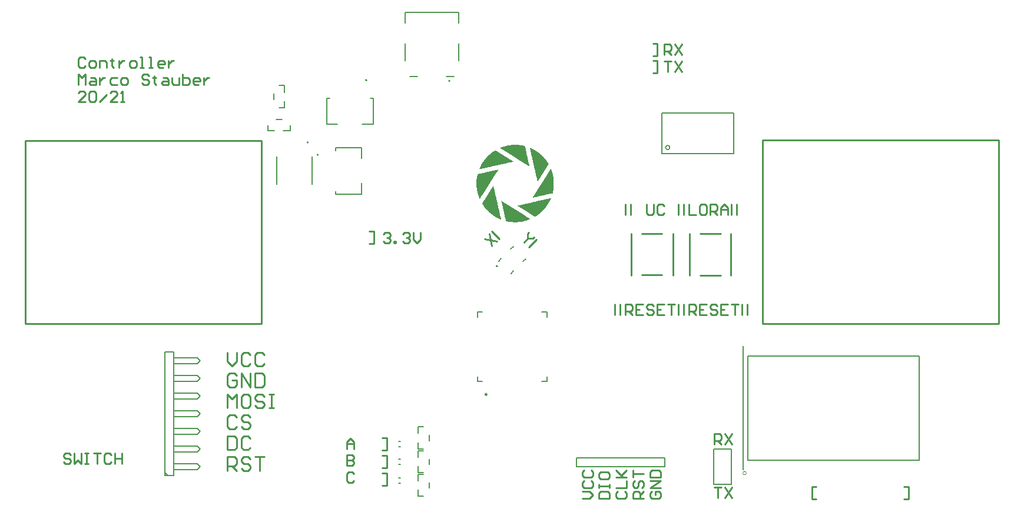
<source format=gbr>
%TF.GenerationSoftware,Altium Limited,Altium NEXUS,2.1.9 (83)*%
G04 Layer_Color=65535*
%FSLAX44Y44*%
%MOMM*%
%TF.FileFunction,Legend,Top*%
%TF.Part,Single*%
G01*
G75*
%TA.AperFunction,NonConductor*%
%ADD53C,0.2500*%
%ADD54C,0.2000*%
%ADD55C,0.0000*%
%ADD56C,0.1524*%
%ADD57C,0.1600*%
%ADD58C,0.1270*%
%ADD59C,0.2540*%
G36*
X760692Y515051D02*
X762949D01*
Y514729D01*
X764883D01*
Y514407D01*
X766173D01*
Y514084D01*
X767785D01*
Y513762D01*
X768430D01*
Y513439D01*
Y513117D01*
X768752D01*
Y512794D01*
Y512472D01*
Y512150D01*
Y511827D01*
Y511505D01*
X769075D01*
Y511182D01*
Y510860D01*
Y510537D01*
Y510215D01*
X769397D01*
Y509893D01*
Y509570D01*
Y509248D01*
Y508925D01*
Y508603D01*
X769720D01*
Y508280D01*
Y507958D01*
Y507636D01*
Y507313D01*
X770042D01*
Y506991D01*
Y506668D01*
Y506346D01*
Y506023D01*
X770364D01*
Y505701D01*
Y505378D01*
Y505056D01*
Y504734D01*
Y504411D01*
X770687D01*
Y504089D01*
Y503766D01*
Y503444D01*
Y503121D01*
X771009D01*
Y502799D01*
Y502477D01*
Y502154D01*
Y501832D01*
Y501509D01*
X771332D01*
Y501187D01*
Y500864D01*
Y500542D01*
Y500220D01*
X771654D01*
Y499897D01*
Y499575D01*
Y499252D01*
Y498930D01*
X771977D01*
Y498607D01*
Y498285D01*
Y497963D01*
Y497640D01*
X772299D01*
Y497318D01*
Y496995D01*
Y496673D01*
Y496351D01*
Y496028D01*
X772622D01*
Y495706D01*
Y495383D01*
Y495061D01*
Y494738D01*
X772944D01*
Y494416D01*
Y494094D01*
Y493771D01*
Y493449D01*
X773266D01*
Y493126D01*
Y492804D01*
Y492481D01*
Y492159D01*
Y491837D01*
X773589D01*
Y491514D01*
Y491192D01*
Y490869D01*
Y490547D01*
X773911D01*
Y490224D01*
Y489902D01*
Y489580D01*
Y489257D01*
Y488935D01*
X774234D01*
Y488612D01*
Y488290D01*
Y487967D01*
Y487645D01*
X774556D01*
Y487323D01*
Y487000D01*
Y486678D01*
Y486355D01*
X774878D01*
Y486033D01*
Y485710D01*
Y485388D01*
Y485065D01*
X775201D01*
Y484743D01*
Y484421D01*
X774556D01*
Y484743D01*
X774234D01*
Y485065D01*
X773589D01*
Y485388D01*
X772944D01*
Y485710D01*
X772622D01*
Y486033D01*
X771977D01*
Y486355D01*
X771654D01*
Y486678D01*
X771009D01*
Y487000D01*
X770687D01*
Y487323D01*
X770042D01*
Y487645D01*
X769397D01*
Y487967D01*
X769075D01*
Y488290D01*
X768430D01*
Y488612D01*
X768108D01*
Y488935D01*
X767463D01*
Y489257D01*
X766818D01*
Y489580D01*
X766495D01*
Y489902D01*
X765850D01*
Y490224D01*
X765528D01*
Y490547D01*
X764883D01*
Y490869D01*
X764561D01*
Y491192D01*
X763916D01*
Y491514D01*
X763271D01*
Y491837D01*
X762949D01*
Y492159D01*
X762304D01*
Y492481D01*
X761981D01*
Y492804D01*
X761336D01*
Y493126D01*
X760692D01*
Y493449D01*
X760369D01*
Y493771D01*
X759724D01*
Y494094D01*
X759079D01*
Y494416D01*
X758757D01*
Y494738D01*
X758112D01*
Y495061D01*
X757790D01*
Y495383D01*
X757145D01*
Y495706D01*
X756822D01*
Y496028D01*
X756178D01*
Y496351D01*
X755533D01*
Y496673D01*
X755210D01*
Y496995D01*
X754565D01*
Y497318D01*
X754243D01*
Y497640D01*
X753598D01*
Y497963D01*
X752953D01*
Y498285D01*
X752631D01*
Y498607D01*
X751986D01*
Y498930D01*
X751664D01*
Y499252D01*
X751019D01*
Y499575D01*
X750696D01*
Y499897D01*
X750051D01*
Y500220D01*
X749407D01*
Y500542D01*
X749084D01*
Y500864D01*
X748439D01*
Y501187D01*
X748117D01*
Y501509D01*
X747472D01*
Y501832D01*
X746827D01*
Y502154D01*
X746505D01*
Y502477D01*
X745860D01*
Y502799D01*
X745537D01*
Y503121D01*
X744893D01*
Y503444D01*
X744248D01*
Y503766D01*
X743925D01*
Y504089D01*
X743280D01*
Y504411D01*
X742635D01*
Y504734D01*
X742313D01*
Y505056D01*
X741668D01*
Y505378D01*
X741346D01*
Y505701D01*
X740701D01*
Y506023D01*
X740378D01*
Y506346D01*
X739734D01*
Y506668D01*
X739089D01*
Y506991D01*
X738766D01*
Y507313D01*
X738121D01*
Y507636D01*
X737799D01*
Y507958D01*
X737154D01*
Y508280D01*
X736832D01*
Y508603D01*
X736187D01*
Y508925D01*
X735542D01*
Y509248D01*
X735220D01*
Y509570D01*
X734575D01*
Y509893D01*
X734252D01*
Y510215D01*
X733607D01*
Y510537D01*
X732963D01*
Y510860D01*
X732640D01*
Y511182D01*
X733285D01*
Y511505D01*
X734252D01*
Y511827D01*
X734897D01*
Y512150D01*
X735864D01*
Y512472D01*
X736832D01*
Y512794D01*
X737799D01*
Y513117D01*
X738766D01*
Y513439D01*
X740056D01*
Y513762D01*
X741346D01*
Y514084D01*
X742635D01*
Y514407D01*
X744248D01*
Y514729D01*
X746182D01*
Y515051D01*
X748439D01*
Y515374D01*
X760692D01*
Y515051D01*
D02*
G37*
G36*
X726191Y507313D02*
X726836D01*
Y506991D01*
X727159D01*
Y506668D01*
X727804D01*
Y506346D01*
X728449D01*
Y506023D01*
X728771D01*
Y505701D01*
X729416D01*
Y505378D01*
X730061D01*
Y505056D01*
X730383D01*
Y504734D01*
X731028D01*
Y504411D01*
X731350D01*
Y504089D01*
X731995D01*
Y503766D01*
X732640D01*
Y503444D01*
X732963D01*
Y503121D01*
X733607D01*
Y502799D01*
X733930D01*
Y502477D01*
X734575D01*
Y502154D01*
X734897D01*
Y501832D01*
X735542D01*
Y501509D01*
X736187D01*
Y501187D01*
X736509D01*
Y500864D01*
X737154D01*
Y500542D01*
X737477D01*
Y500220D01*
X738121D01*
Y499897D01*
X738766D01*
Y499575D01*
X739089D01*
Y499252D01*
X739734D01*
Y498930D01*
X740378D01*
Y498607D01*
X740701D01*
Y498285D01*
X741346D01*
Y497963D01*
X741668D01*
Y497640D01*
X742313D01*
Y497318D01*
X742958D01*
Y496995D01*
X743280D01*
Y496673D01*
X743925D01*
Y496351D01*
X744248D01*
Y496028D01*
X744893D01*
Y495706D01*
X745537D01*
Y495383D01*
X745860D01*
Y495061D01*
X746505D01*
Y494738D01*
X746827D01*
Y494416D01*
X747472D01*
Y494094D01*
X747794D01*
Y493771D01*
X748439D01*
Y493449D01*
X749084D01*
Y493126D01*
X749407D01*
Y492804D01*
X750051D01*
Y492481D01*
X750374D01*
Y492159D01*
X751019D01*
Y491837D01*
X751664D01*
Y491514D01*
X751986D01*
Y491192D01*
X750374D01*
Y490869D01*
X749084D01*
Y490547D01*
X747472D01*
Y490224D01*
X746182D01*
Y489902D01*
X744570D01*
Y489580D01*
X743603D01*
Y489257D01*
X741991D01*
Y488935D01*
X740378D01*
Y488612D01*
X739089D01*
Y488290D01*
X737477D01*
Y487967D01*
X736187D01*
Y487645D01*
X734575D01*
Y487323D01*
X733285D01*
Y487000D01*
X731673D01*
Y486678D01*
X730383D01*
Y486355D01*
X729093D01*
Y486033D01*
X727481D01*
Y485710D01*
X726191D01*
Y485388D01*
X724579D01*
Y485065D01*
X723290D01*
Y484743D01*
X721677D01*
Y484421D01*
X720388D01*
Y484098D01*
X718776D01*
Y483776D01*
X717486D01*
Y483453D01*
X715874D01*
Y483131D01*
X714584D01*
Y482808D01*
X713294D01*
Y482486D01*
X711682D01*
Y482164D01*
X710393D01*
Y481841D01*
X708780D01*
Y481519D01*
X707491D01*
Y481196D01*
X705878D01*
Y480874D01*
X704589D01*
Y480551D01*
X703299D01*
Y480229D01*
X702654D01*
Y480551D01*
X702977D01*
Y480874D01*
Y481196D01*
X703299D01*
Y481519D01*
Y481841D01*
Y482164D01*
X703622D01*
Y482486D01*
Y482808D01*
X703944D01*
Y483131D01*
Y483453D01*
X704266D01*
Y483776D01*
Y484098D01*
X704589D01*
Y484421D01*
Y484743D01*
X704911D01*
Y485065D01*
Y485388D01*
X705234D01*
Y485710D01*
Y486033D01*
X705556D01*
Y486355D01*
Y486678D01*
X705878D01*
Y487000D01*
Y487323D01*
X706201D01*
Y487645D01*
Y487967D01*
X706523D01*
Y488290D01*
X706846D01*
Y488612D01*
Y488935D01*
X707168D01*
Y489257D01*
X707491D01*
Y489580D01*
Y489902D01*
X707813D01*
Y490224D01*
Y490547D01*
X708135D01*
Y490869D01*
X708458D01*
Y491192D01*
Y491514D01*
X708780D01*
Y491837D01*
X709103D01*
Y492159D01*
X709425D01*
Y492481D01*
Y492804D01*
X709748D01*
Y493126D01*
X710070D01*
Y493449D01*
X710393D01*
Y493771D01*
Y494094D01*
X710715D01*
Y494416D01*
X711037D01*
Y494738D01*
X711360D01*
Y495061D01*
Y495383D01*
X711682D01*
Y495706D01*
X712005D01*
Y496028D01*
X712327D01*
Y496351D01*
X712650D01*
Y496673D01*
X712972D01*
Y496995D01*
X713294D01*
Y497318D01*
X713617D01*
Y497640D01*
Y497963D01*
X713939D01*
Y498285D01*
X714262D01*
Y498607D01*
X714584D01*
Y498930D01*
X714906D01*
Y499252D01*
X715229D01*
Y499575D01*
X715551D01*
Y499897D01*
X715874D01*
Y500220D01*
X716196D01*
Y500542D01*
X716519D01*
Y500864D01*
X717163D01*
Y501187D01*
X717486D01*
Y501509D01*
X717808D01*
Y501832D01*
X718131D01*
Y502154D01*
X718453D01*
Y502477D01*
X718776D01*
Y502799D01*
X719098D01*
Y503121D01*
X719743D01*
Y503444D01*
X720065D01*
Y503766D01*
X720388D01*
Y504089D01*
X721033D01*
Y504411D01*
X721355D01*
Y504734D01*
X721677D01*
Y505056D01*
X722322D01*
Y505378D01*
X722645D01*
Y505701D01*
X722967D01*
Y506023D01*
X723612D01*
Y506346D01*
X724257D01*
Y506668D01*
X724579D01*
Y506991D01*
X725224D01*
Y507313D01*
X725547D01*
Y507636D01*
X726191D01*
Y507313D01*
D02*
G37*
G36*
X775846Y511182D02*
X776491D01*
Y510860D01*
X777135D01*
Y510537D01*
X777780D01*
Y510215D01*
X778425D01*
Y509893D01*
X779070D01*
Y509570D01*
X779715D01*
Y509248D01*
X780360D01*
Y508925D01*
X781005D01*
Y508603D01*
X781649D01*
Y508280D01*
X782294D01*
Y507958D01*
X782617D01*
Y507636D01*
X783262D01*
Y507313D01*
X783906D01*
Y506991D01*
X784229D01*
Y506668D01*
X784874D01*
Y506346D01*
X785196D01*
Y506023D01*
X785841D01*
Y505701D01*
X786163D01*
Y505378D01*
X786808D01*
Y505056D01*
X787131D01*
Y504734D01*
X787776D01*
Y504411D01*
X788098D01*
Y504089D01*
X788420D01*
Y503766D01*
X789065D01*
Y503444D01*
X789388D01*
Y503121D01*
X789710D01*
Y502799D01*
X790033D01*
Y502477D01*
X790678D01*
Y502154D01*
X791000D01*
Y501832D01*
X791322D01*
Y501509D01*
X791645D01*
Y501187D01*
X791967D01*
Y500864D01*
X792290D01*
Y500542D01*
X792612D01*
Y500220D01*
X792935D01*
Y499897D01*
X793257D01*
Y499575D01*
X793579D01*
Y499252D01*
X793902D01*
Y498930D01*
X794224D01*
Y498607D01*
X794547D01*
Y498285D01*
X794869D01*
Y497963D01*
X795192D01*
Y497640D01*
X795514D01*
Y497318D01*
X795836D01*
Y496995D01*
X796159D01*
Y496673D01*
X796481D01*
Y496351D01*
X796804D01*
Y496028D01*
X797126D01*
Y495706D01*
Y495383D01*
X797449D01*
Y495061D01*
X797771D01*
Y494738D01*
X798093D01*
Y494416D01*
X798416D01*
Y494094D01*
Y493771D01*
X798738D01*
Y493449D01*
X799061D01*
Y493126D01*
X799383D01*
Y492804D01*
Y492481D01*
X799706D01*
Y492159D01*
X800028D01*
Y491837D01*
Y491514D01*
X800350D01*
Y491192D01*
X800673D01*
Y490869D01*
X800995D01*
Y490547D01*
Y490224D01*
X801318D01*
Y489902D01*
Y489580D01*
X801640D01*
Y489257D01*
X801963D01*
Y488935D01*
Y488612D01*
X802285D01*
Y488290D01*
X802607D01*
Y487967D01*
Y487645D01*
X802285D01*
Y487323D01*
X801963D01*
Y487000D01*
Y486678D01*
X801640D01*
Y486355D01*
X801318D01*
Y486033D01*
Y485710D01*
X800995D01*
Y485388D01*
Y485065D01*
X800673D01*
Y484743D01*
X800350D01*
Y484421D01*
Y484098D01*
X800028D01*
Y483776D01*
X799706D01*
Y483453D01*
Y483131D01*
X799383D01*
Y482808D01*
Y482486D01*
X799061D01*
Y482164D01*
X798738D01*
Y481841D01*
Y481519D01*
X798416D01*
Y481196D01*
X798093D01*
Y480874D01*
Y480551D01*
X797771D01*
Y480229D01*
Y479907D01*
X797449D01*
Y479584D01*
X797126D01*
Y479262D01*
Y478939D01*
X796804D01*
Y478617D01*
X796481D01*
Y478294D01*
Y477972D01*
X796159D01*
Y477650D01*
Y477327D01*
X795836D01*
Y477005D01*
X795514D01*
Y476682D01*
Y476360D01*
X795192D01*
Y476037D01*
X794869D01*
Y475715D01*
Y475392D01*
X794547D01*
Y475070D01*
X794224D01*
Y474748D01*
Y474425D01*
X793902D01*
Y474103D01*
Y473780D01*
X793579D01*
Y473458D01*
X793257D01*
Y473136D01*
Y472813D01*
X792935D01*
Y472491D01*
X792612D01*
Y472168D01*
Y471846D01*
X792290D01*
Y471523D01*
Y471201D01*
X791967D01*
Y470878D01*
X791645D01*
Y470556D01*
Y470234D01*
X791322D01*
Y469911D01*
Y469589D01*
X791000D01*
Y469266D01*
X790678D01*
Y468944D01*
Y468621D01*
X790355D01*
Y468299D01*
X790033D01*
Y467977D01*
Y467654D01*
X789710D01*
Y467332D01*
Y467009D01*
X789388D01*
Y466687D01*
X789065D01*
Y466365D01*
Y466042D01*
X788743D01*
Y465720D01*
X788420D01*
Y465397D01*
Y465075D01*
X788098D01*
Y464752D01*
X787776D01*
Y464430D01*
Y464108D01*
X787453D01*
Y463785D01*
Y463463D01*
X787131D01*
Y463140D01*
X786808D01*
Y462818D01*
Y462495D01*
X786486D01*
Y462818D01*
Y463140D01*
Y463463D01*
Y463785D01*
X786163D01*
Y464108D01*
Y464430D01*
Y464752D01*
Y465075D01*
X785841D01*
Y465397D01*
Y465720D01*
Y466042D01*
Y466365D01*
Y466687D01*
X785519D01*
Y467009D01*
Y467332D01*
Y467654D01*
Y467977D01*
X785196D01*
Y468299D01*
Y468621D01*
Y468944D01*
Y469266D01*
Y469589D01*
X784874D01*
Y469911D01*
Y470234D01*
Y470556D01*
Y470878D01*
X784551D01*
Y471201D01*
Y471523D01*
Y471846D01*
Y472168D01*
X784229D01*
Y472491D01*
Y472813D01*
Y473136D01*
Y473458D01*
X783906D01*
Y473780D01*
Y474103D01*
Y474425D01*
Y474748D01*
Y475070D01*
X783584D01*
Y475392D01*
Y475715D01*
Y476037D01*
Y476360D01*
Y476682D01*
X783262D01*
Y477005D01*
Y477327D01*
Y477650D01*
Y477972D01*
X782939D01*
Y478294D01*
Y478617D01*
Y478939D01*
Y479262D01*
X782617D01*
Y479584D01*
Y479907D01*
Y480229D01*
Y480551D01*
X782294D01*
Y480874D01*
Y481196D01*
Y481519D01*
Y481841D01*
Y482164D01*
X781972D01*
Y482486D01*
Y482808D01*
Y483131D01*
Y483453D01*
X781649D01*
Y483776D01*
Y484098D01*
Y484421D01*
Y484743D01*
Y485065D01*
X781327D01*
Y485388D01*
Y485710D01*
Y486033D01*
Y486355D01*
X781005D01*
Y486678D01*
Y487000D01*
Y487323D01*
Y487645D01*
X780682D01*
Y487967D01*
Y488290D01*
Y488612D01*
Y488935D01*
Y489257D01*
X780360D01*
Y489580D01*
Y489902D01*
Y490224D01*
Y490547D01*
X780037D01*
Y490869D01*
Y491192D01*
Y491514D01*
Y491837D01*
Y492159D01*
X779715D01*
Y492481D01*
Y492804D01*
Y493126D01*
Y493449D01*
X779392D01*
Y493771D01*
Y494094D01*
Y494416D01*
Y494738D01*
X779070D01*
Y495061D01*
Y495383D01*
Y495706D01*
Y496028D01*
X778748D01*
Y496351D01*
Y496673D01*
Y496995D01*
Y497318D01*
Y497640D01*
X778425D01*
Y497963D01*
Y498285D01*
Y498607D01*
Y498930D01*
X778103D01*
Y499252D01*
Y499575D01*
Y499897D01*
Y500220D01*
Y500542D01*
X777780D01*
Y500864D01*
Y501187D01*
Y501509D01*
Y501832D01*
X777458D01*
Y502154D01*
Y502477D01*
Y502799D01*
Y503121D01*
X777135D01*
Y503444D01*
Y503766D01*
Y504089D01*
Y504411D01*
Y504734D01*
X776813D01*
Y505056D01*
Y505378D01*
Y505701D01*
Y506023D01*
X776491D01*
Y506346D01*
Y506668D01*
Y506991D01*
Y507313D01*
Y507636D01*
X776168D01*
Y507958D01*
Y508280D01*
Y508603D01*
Y508925D01*
X775846D01*
Y509248D01*
Y509570D01*
Y509893D01*
Y510215D01*
X775523D01*
Y510537D01*
Y510860D01*
Y511182D01*
Y511505D01*
X775846D01*
Y511182D01*
D02*
G37*
G36*
X806154Y480874D02*
Y480551D01*
Y480229D01*
X806477D01*
Y479907D01*
Y479584D01*
Y479262D01*
X806799D01*
Y478939D01*
Y478617D01*
X807122D01*
Y478294D01*
Y477972D01*
Y477650D01*
X807444D01*
Y477327D01*
Y477005D01*
Y476682D01*
Y476360D01*
X807766D01*
Y476037D01*
Y475715D01*
Y475392D01*
X808089D01*
Y475070D01*
Y474748D01*
Y474425D01*
Y474103D01*
X808411D01*
Y473780D01*
Y473458D01*
Y473136D01*
X808734D01*
Y472813D01*
Y472491D01*
Y472168D01*
Y471846D01*
Y471523D01*
X809056D01*
Y471201D01*
Y470878D01*
Y470556D01*
Y470234D01*
X809379D01*
Y469911D01*
Y469589D01*
Y469266D01*
Y468944D01*
Y468621D01*
Y468299D01*
Y467977D01*
X809701D01*
Y467654D01*
Y467332D01*
Y467009D01*
Y466687D01*
Y466365D01*
Y466042D01*
Y465720D01*
X810023D01*
Y465397D01*
Y465075D01*
Y464752D01*
Y464430D01*
Y464108D01*
Y463785D01*
Y463463D01*
Y463140D01*
Y462818D01*
Y462495D01*
Y462173D01*
Y461851D01*
Y461528D01*
Y461206D01*
Y460883D01*
Y460561D01*
Y460238D01*
Y459916D01*
Y459594D01*
Y459271D01*
Y458949D01*
Y458626D01*
Y458304D01*
Y457981D01*
Y457659D01*
Y457337D01*
Y457014D01*
Y456692D01*
Y456369D01*
Y456047D01*
Y455724D01*
Y455402D01*
Y455079D01*
Y454757D01*
Y454435D01*
Y454112D01*
Y453790D01*
X809701D01*
Y453467D01*
Y453145D01*
Y452822D01*
Y452500D01*
Y452178D01*
Y451855D01*
Y451533D01*
X809379D01*
Y451210D01*
Y450888D01*
Y450565D01*
Y450243D01*
Y449921D01*
Y449598D01*
X809056D01*
Y449276D01*
Y448953D01*
Y448631D01*
Y448308D01*
Y447986D01*
X808734D01*
Y447664D01*
Y447341D01*
Y447019D01*
Y446696D01*
X808411D01*
Y446374D01*
Y446051D01*
Y445729D01*
X806799D01*
Y445407D01*
X805187D01*
Y445084D01*
X803897D01*
Y444762D01*
X802285D01*
Y444439D01*
X800995D01*
Y444117D01*
X799706D01*
Y443794D01*
X798416D01*
Y443472D01*
X796804D01*
Y443150D01*
X795514D01*
Y442827D01*
X794224D01*
Y442505D01*
X792612D01*
Y442182D01*
X791322D01*
Y441860D01*
X789710D01*
Y441537D01*
X788420D01*
Y441215D01*
X787131D01*
Y440892D01*
X785841D01*
Y440570D01*
X784229D01*
Y440248D01*
X782939D01*
Y439925D01*
X781327D01*
Y439603D01*
X780037D01*
Y439280D01*
X779392D01*
Y439603D01*
X779715D01*
Y439925D01*
X780037D01*
Y440248D01*
Y440570D01*
X780360D01*
Y440892D01*
X780682D01*
Y441215D01*
Y441537D01*
X781005D01*
Y441860D01*
X781327D01*
Y442182D01*
Y442505D01*
X781649D01*
Y442827D01*
Y443150D01*
X781972D01*
Y443472D01*
X782294D01*
Y443794D01*
Y444117D01*
X782617D01*
Y444439D01*
X782939D01*
Y444762D01*
Y445084D01*
X783262D01*
Y445407D01*
X783584D01*
Y445729D01*
Y446051D01*
X783906D01*
Y446374D01*
Y446696D01*
X784229D01*
Y447019D01*
X784551D01*
Y447341D01*
Y447664D01*
X784874D01*
Y447986D01*
X785196D01*
Y448308D01*
Y448631D01*
X785519D01*
Y448953D01*
Y449276D01*
X785841D01*
Y449598D01*
X786163D01*
Y449921D01*
Y450243D01*
X786486D01*
Y450565D01*
X786808D01*
Y450888D01*
Y451210D01*
X787131D01*
Y451533D01*
Y451855D01*
X787453D01*
Y452178D01*
X787776D01*
Y452500D01*
Y452822D01*
X788098D01*
Y453145D01*
X788420D01*
Y453467D01*
Y453790D01*
X788743D01*
Y454112D01*
Y454435D01*
X789065D01*
Y454757D01*
X789388D01*
Y455079D01*
Y455402D01*
X789710D01*
Y455724D01*
X790033D01*
Y456047D01*
Y456369D01*
X790355D01*
Y456692D01*
Y457014D01*
X790678D01*
Y457337D01*
X791000D01*
Y457659D01*
Y457981D01*
X791322D01*
Y458304D01*
X791645D01*
Y458626D01*
Y458949D01*
X791967D01*
Y459271D01*
Y459594D01*
X792290D01*
Y459916D01*
X792612D01*
Y460238D01*
Y460561D01*
X792935D01*
Y460883D01*
X793257D01*
Y461206D01*
Y461528D01*
X793579D01*
Y461851D01*
X793902D01*
Y462173D01*
Y462495D01*
X794224D01*
Y462818D01*
Y463140D01*
X794547D01*
Y463463D01*
X794869D01*
Y463785D01*
Y464108D01*
X795192D01*
Y464430D01*
X795514D01*
Y464752D01*
Y465075D01*
X795836D01*
Y465397D01*
Y465720D01*
X796159D01*
Y466042D01*
X796481D01*
Y466365D01*
Y466687D01*
X796804D01*
Y467009D01*
X797126D01*
Y467332D01*
Y467654D01*
X797449D01*
Y467977D01*
Y468299D01*
X797771D01*
Y468621D01*
X798093D01*
Y468944D01*
Y469266D01*
X798416D01*
Y469589D01*
X798738D01*
Y469911D01*
Y470234D01*
X799061D01*
Y470556D01*
Y470878D01*
X799383D01*
Y471201D01*
X799706D01*
Y471523D01*
Y471846D01*
X800028D01*
Y472168D01*
X800350D01*
Y472491D01*
Y472813D01*
X800673D01*
Y473136D01*
Y473458D01*
X800995D01*
Y473780D01*
X801318D01*
Y474103D01*
Y474425D01*
X801640D01*
Y474748D01*
X801963D01*
Y475070D01*
Y475392D01*
X802285D01*
Y475715D01*
X802607D01*
Y476037D01*
Y476360D01*
X802930D01*
Y476682D01*
Y477005D01*
X803252D01*
Y477327D01*
X803575D01*
Y477650D01*
Y477972D01*
X803897D01*
Y478294D01*
X804220D01*
Y478617D01*
Y478939D01*
X804542D01*
Y479262D01*
Y479584D01*
X804865D01*
Y479907D01*
X805187D01*
Y480229D01*
Y480551D01*
X805509D01*
Y480874D01*
Y481196D01*
X806154D01*
Y480874D01*
D02*
G37*
G36*
X730383Y479907D02*
Y479584D01*
X730061D01*
Y479262D01*
X729738D01*
Y478939D01*
Y478617D01*
X729416D01*
Y478294D01*
X729093D01*
Y477972D01*
Y477650D01*
X728771D01*
Y477327D01*
Y477005D01*
X728449D01*
Y476682D01*
X728126D01*
Y476360D01*
Y476037D01*
X727804D01*
Y475715D01*
X727481D01*
Y475392D01*
Y475070D01*
X727159D01*
Y474748D01*
X726836D01*
Y474425D01*
Y474103D01*
X726514D01*
Y473780D01*
Y473458D01*
X726191D01*
Y473136D01*
X725869D01*
Y472813D01*
Y472491D01*
X725547D01*
Y472168D01*
X725224D01*
Y471846D01*
Y471523D01*
X724902D01*
Y471201D01*
Y470878D01*
X724579D01*
Y470556D01*
X724257D01*
Y470234D01*
Y469911D01*
X723934D01*
Y469589D01*
X723612D01*
Y469266D01*
Y468944D01*
X723290D01*
Y468621D01*
Y468299D01*
X722967D01*
Y467977D01*
X722645D01*
Y467654D01*
Y467332D01*
X722322D01*
Y467009D01*
X722000D01*
Y466687D01*
Y466365D01*
X721677D01*
Y466042D01*
Y465720D01*
X721355D01*
Y465397D01*
X721033D01*
Y465075D01*
Y464752D01*
X720710D01*
Y464430D01*
X720388D01*
Y464108D01*
Y463785D01*
X720065D01*
Y463463D01*
X719743D01*
Y463140D01*
Y462818D01*
X719420D01*
Y462495D01*
Y462173D01*
X719098D01*
Y461851D01*
X718776D01*
Y461528D01*
Y461206D01*
X718453D01*
Y460883D01*
X718131D01*
Y460561D01*
Y460238D01*
X717808D01*
Y459916D01*
X717486D01*
Y459594D01*
Y459271D01*
X717163D01*
Y458949D01*
Y458626D01*
X716841D01*
Y458304D01*
X716519D01*
Y457981D01*
Y457659D01*
X716196D01*
Y457337D01*
X715874D01*
Y457014D01*
Y456692D01*
X715551D01*
Y456369D01*
X715229D01*
Y456047D01*
Y455724D01*
X714906D01*
Y455402D01*
Y455079D01*
X714584D01*
Y454757D01*
X714262D01*
Y454435D01*
Y454112D01*
X713939D01*
Y453790D01*
X713617D01*
Y453467D01*
Y453145D01*
X713294D01*
Y452822D01*
X712972D01*
Y452500D01*
Y452178D01*
X712650D01*
Y451855D01*
Y451533D01*
X712327D01*
Y451210D01*
X712005D01*
Y450888D01*
Y450565D01*
X711682D01*
Y450243D01*
Y449921D01*
X711360D01*
Y449598D01*
X711037D01*
Y449276D01*
Y448953D01*
X710715D01*
Y448631D01*
X710393D01*
Y448308D01*
Y447986D01*
X710070D01*
Y447664D01*
X709748D01*
Y447341D01*
Y447019D01*
X709425D01*
Y446696D01*
Y446374D01*
X709103D01*
Y446051D01*
X708780D01*
Y445729D01*
Y445407D01*
X708458D01*
Y445084D01*
X708135D01*
Y444762D01*
Y444439D01*
X707813D01*
Y444117D01*
Y443794D01*
X707491D01*
Y443472D01*
X707168D01*
Y443150D01*
Y442827D01*
X706846D01*
Y442505D01*
X706523D01*
Y442182D01*
Y441860D01*
X706201D01*
Y441537D01*
X705878D01*
Y441215D01*
Y440892D01*
X705556D01*
Y440570D01*
Y440248D01*
X705234D01*
Y439925D01*
X704911D01*
Y439603D01*
Y439280D01*
X704589D01*
Y438958D01*
X704266D01*
Y438635D01*
Y438313D01*
X703944D01*
Y437991D01*
X703622D01*
Y437668D01*
X703299D01*
Y437991D01*
Y438313D01*
X702977D01*
Y438635D01*
Y438958D01*
Y439280D01*
X702654D01*
Y439603D01*
Y439925D01*
X702332D01*
Y440248D01*
Y440570D01*
Y440892D01*
X702009D01*
Y441215D01*
Y441537D01*
Y441860D01*
X701687D01*
Y442182D01*
Y442505D01*
Y442827D01*
X701364D01*
Y443150D01*
Y443472D01*
Y443794D01*
X701042D01*
Y444117D01*
Y444439D01*
Y444762D01*
Y445084D01*
X700720D01*
Y445407D01*
Y445729D01*
Y446051D01*
X700397D01*
Y446374D01*
Y446696D01*
Y447019D01*
Y447341D01*
Y447664D01*
X700075D01*
Y447986D01*
Y448308D01*
Y448631D01*
Y448953D01*
X699752D01*
Y449276D01*
Y449598D01*
Y449921D01*
Y450243D01*
Y450565D01*
Y450888D01*
X699430D01*
Y451210D01*
Y451533D01*
Y451855D01*
Y452178D01*
Y452500D01*
Y452822D01*
Y453145D01*
Y453467D01*
X699107D01*
Y453790D01*
Y454112D01*
Y454435D01*
Y454757D01*
Y455079D01*
Y455402D01*
Y455724D01*
Y456047D01*
Y456369D01*
Y456692D01*
X698785D01*
Y457014D01*
Y457337D01*
Y457659D01*
Y457981D01*
Y458304D01*
Y458626D01*
Y458949D01*
Y459271D01*
Y459594D01*
Y459916D01*
Y460238D01*
Y460561D01*
Y460883D01*
Y461206D01*
Y461528D01*
Y461851D01*
Y462173D01*
Y462495D01*
Y462818D01*
Y463140D01*
X699107D01*
Y463463D01*
Y463785D01*
Y464108D01*
Y464430D01*
Y464752D01*
Y465075D01*
Y465397D01*
Y465720D01*
Y466042D01*
Y466365D01*
X699430D01*
Y466687D01*
Y467009D01*
Y467332D01*
Y467654D01*
Y467977D01*
Y468299D01*
Y468621D01*
Y468944D01*
X699752D01*
Y469266D01*
Y469589D01*
Y469911D01*
Y470234D01*
Y470556D01*
Y470878D01*
X700075D01*
Y471201D01*
Y471523D01*
Y471846D01*
Y472168D01*
X700397D01*
Y472491D01*
Y472813D01*
Y473136D01*
Y473458D01*
X702009D01*
Y473780D01*
X703299D01*
Y474103D01*
X704911D01*
Y474425D01*
X706201D01*
Y474748D01*
X707813D01*
Y475070D01*
X709103D01*
Y475392D01*
X710393D01*
Y475715D01*
X712005D01*
Y476037D01*
X713294D01*
Y476360D01*
X714906D01*
Y476682D01*
X715874D01*
Y477005D01*
X717486D01*
Y477327D01*
X718776D01*
Y477650D01*
X720388D01*
Y477972D01*
X721677D01*
Y478294D01*
X722967D01*
Y478617D01*
X724579D01*
Y478939D01*
X725869D01*
Y479262D01*
X727481D01*
Y479584D01*
X728771D01*
Y479907D01*
X730061D01*
Y480229D01*
X730383D01*
Y479907D01*
D02*
G37*
G36*
X806154Y438635D02*
X805832D01*
Y438313D01*
Y437991D01*
X805509D01*
Y437668D01*
Y437346D01*
X805187D01*
Y437023D01*
Y436701D01*
Y436379D01*
X804865D01*
Y436056D01*
Y435734D01*
X804542D01*
Y435411D01*
Y435089D01*
X804220D01*
Y434766D01*
Y434444D01*
X803897D01*
Y434122D01*
Y433799D01*
X803575D01*
Y433477D01*
Y433154D01*
X803252D01*
Y432832D01*
X802930D01*
Y432509D01*
Y432187D01*
X802607D01*
Y431865D01*
Y431542D01*
X802285D01*
Y431220D01*
Y430897D01*
X801963D01*
Y430575D01*
X801640D01*
Y430252D01*
Y429930D01*
X801318D01*
Y429608D01*
X800995D01*
Y429285D01*
Y428963D01*
X800673D01*
Y428640D01*
X800350D01*
Y428318D01*
Y427995D01*
X800028D01*
Y427673D01*
X799706D01*
Y427351D01*
Y427028D01*
X799383D01*
Y426706D01*
X799061D01*
Y426383D01*
X798738D01*
Y426061D01*
Y425738D01*
X798416D01*
Y425416D01*
X798093D01*
Y425093D01*
X797771D01*
Y424771D01*
X797449D01*
Y424449D01*
Y424126D01*
X797126D01*
Y423804D01*
X796804D01*
Y423481D01*
X796481D01*
Y423159D01*
X796159D01*
Y422836D01*
X795836D01*
Y422514D01*
X795514D01*
Y422192D01*
Y421869D01*
X794869D01*
Y421547D01*
Y421224D01*
X794547D01*
Y420902D01*
X794224D01*
Y420579D01*
X793902D01*
Y420257D01*
X793579D01*
Y419935D01*
X793257D01*
Y419612D01*
X792935D01*
Y419290D01*
X792612D01*
Y418967D01*
X791967D01*
Y418645D01*
X791645D01*
Y418322D01*
X791322D01*
Y418000D01*
X791000D01*
Y417678D01*
X790678D01*
Y417355D01*
X790355D01*
Y417033D01*
X790033D01*
Y416710D01*
X789388D01*
Y416388D01*
X789065D01*
Y416065D01*
X788743D01*
Y415743D01*
X788098D01*
Y415421D01*
X787776D01*
Y415098D01*
X787453D01*
Y414776D01*
X786808D01*
Y414453D01*
X786486D01*
Y414131D01*
X786163D01*
Y413808D01*
X785519D01*
Y413486D01*
X785196D01*
Y413163D01*
X784551D01*
Y412841D01*
X783906D01*
Y412519D01*
X783584D01*
Y412196D01*
X782617D01*
Y412519D01*
X781972D01*
Y412841D01*
X781649D01*
Y413163D01*
X781005D01*
Y413486D01*
X780360D01*
Y413808D01*
X780037D01*
Y414131D01*
X779392D01*
Y414453D01*
X779070D01*
Y414776D01*
X778425D01*
Y415098D01*
X777780D01*
Y415421D01*
X777458D01*
Y415743D01*
X776813D01*
Y416065D01*
X776491D01*
Y416388D01*
X775846D01*
Y416710D01*
X775201D01*
Y417033D01*
X774878D01*
Y417355D01*
X774234D01*
Y417678D01*
X773911D01*
Y418000D01*
X773266D01*
Y418322D01*
X772944D01*
Y418645D01*
X772299D01*
Y418967D01*
X771654D01*
Y419290D01*
X771332D01*
Y419612D01*
X770687D01*
Y419935D01*
X770042D01*
Y420257D01*
X769720D01*
Y420579D01*
X769075D01*
Y420902D01*
X768752D01*
Y421224D01*
X768108D01*
Y421547D01*
X767463D01*
Y421869D01*
X767140D01*
Y422192D01*
X766495D01*
Y422514D01*
X766173D01*
Y422836D01*
X765528D01*
Y423159D01*
X764883D01*
Y423481D01*
X764561D01*
Y423804D01*
X763916D01*
Y424126D01*
X763593D01*
Y424449D01*
X762949D01*
Y424771D01*
X762304D01*
Y425093D01*
X761981D01*
Y425416D01*
X761336D01*
Y425738D01*
X761014D01*
Y426061D01*
X760369D01*
Y426383D01*
X760047D01*
Y426706D01*
X759402D01*
Y427028D01*
X758757D01*
Y427351D01*
X758435D01*
Y427673D01*
X757790D01*
Y427995D01*
X758757D01*
Y428318D01*
X760369D01*
Y428640D01*
X761981D01*
Y428963D01*
X763271D01*
Y429285D01*
X764561D01*
Y429608D01*
X765850D01*
Y429930D01*
X767463D01*
Y430252D01*
X768752D01*
Y430575D01*
X770364D01*
Y430897D01*
X771654D01*
Y431220D01*
X772944D01*
Y431542D01*
X774556D01*
Y431865D01*
X775846D01*
Y432187D01*
X777458D01*
Y432509D01*
X778748D01*
Y432832D01*
X780037D01*
Y433154D01*
X781327D01*
Y433477D01*
X782939D01*
Y433799D01*
X784229D01*
Y434122D01*
X785841D01*
Y434444D01*
X787131D01*
Y434766D01*
X788420D01*
Y435089D01*
X790033D01*
Y435411D01*
X791322D01*
Y435734D01*
X792935D01*
Y436056D01*
X794224D01*
Y436379D01*
X795514D01*
Y436701D01*
X796804D01*
Y437023D01*
X798416D01*
Y437346D01*
X800028D01*
Y437668D01*
X801318D01*
Y437991D01*
X802607D01*
Y438313D01*
X803897D01*
Y438635D01*
X805509D01*
Y438958D01*
X806154D01*
Y438635D01*
D02*
G37*
G36*
X723290Y456369D02*
Y456047D01*
Y455724D01*
Y455402D01*
X723612D01*
Y455079D01*
Y454757D01*
Y454435D01*
Y454112D01*
X723934D01*
Y453790D01*
Y453467D01*
Y453145D01*
Y452822D01*
Y452500D01*
X724257D01*
Y452178D01*
Y451855D01*
Y451533D01*
Y451210D01*
X724579D01*
Y450888D01*
Y450565D01*
Y450243D01*
Y449921D01*
Y449598D01*
X724902D01*
Y449276D01*
Y448953D01*
Y448631D01*
Y448308D01*
X725224D01*
Y447986D01*
Y447664D01*
Y447341D01*
Y447019D01*
X725547D01*
Y446696D01*
Y446374D01*
Y446051D01*
Y445729D01*
X725869D01*
Y445407D01*
Y445084D01*
Y444762D01*
Y444439D01*
Y444117D01*
X726191D01*
Y443794D01*
Y443472D01*
Y443150D01*
Y442827D01*
Y442505D01*
X726514D01*
Y442182D01*
Y441860D01*
Y441537D01*
Y441215D01*
X726836D01*
Y440892D01*
Y440570D01*
Y440248D01*
Y439925D01*
X727159D01*
Y439603D01*
Y439280D01*
Y438958D01*
Y438635D01*
X727481D01*
Y438313D01*
Y437991D01*
Y437668D01*
Y437346D01*
Y437023D01*
X727804D01*
Y436701D01*
Y436379D01*
Y436056D01*
Y435734D01*
X728126D01*
Y435411D01*
Y435089D01*
Y434766D01*
Y434444D01*
Y434122D01*
X728449D01*
Y433799D01*
Y433477D01*
Y433154D01*
Y432832D01*
X728771D01*
Y432509D01*
Y432187D01*
Y431865D01*
Y431542D01*
X729093D01*
Y431220D01*
Y430897D01*
Y430575D01*
Y430252D01*
Y429930D01*
X729416D01*
Y429608D01*
Y429285D01*
Y428963D01*
Y428640D01*
X729738D01*
Y428318D01*
Y427995D01*
Y427673D01*
Y427351D01*
Y427028D01*
X730061D01*
Y426706D01*
Y426383D01*
Y426061D01*
Y425738D01*
X730383D01*
Y425416D01*
Y425093D01*
Y424771D01*
Y424449D01*
X730705D01*
Y424126D01*
Y423804D01*
Y423481D01*
Y423159D01*
X731028D01*
Y422836D01*
Y422514D01*
Y422192D01*
Y421869D01*
Y421547D01*
X731350D01*
Y421224D01*
Y420902D01*
Y420579D01*
Y420257D01*
X731673D01*
Y419935D01*
Y419612D01*
Y419290D01*
Y418967D01*
Y418645D01*
X731995D01*
Y418322D01*
Y418000D01*
Y417678D01*
Y417355D01*
X732318D01*
Y417033D01*
Y416710D01*
Y416388D01*
Y416065D01*
X732640D01*
Y415743D01*
Y415421D01*
Y415098D01*
Y414776D01*
Y414453D01*
X732963D01*
Y414131D01*
Y413808D01*
Y413486D01*
Y413163D01*
X733285D01*
Y412841D01*
Y412519D01*
Y412196D01*
Y411874D01*
Y411551D01*
X733607D01*
Y411229D01*
Y410906D01*
Y410584D01*
Y410262D01*
X733930D01*
Y409939D01*
Y409617D01*
Y409294D01*
Y408972D01*
X734252D01*
Y408650D01*
Y408327D01*
Y408005D01*
X733930D01*
Y408327D01*
X732963D01*
Y408650D01*
X732318D01*
Y408972D01*
X731673D01*
Y409294D01*
X731028D01*
Y409617D01*
X730383D01*
Y409939D01*
X729416D01*
Y410262D01*
X729093D01*
Y410584D01*
X728449D01*
Y410906D01*
X727804D01*
Y411229D01*
X727159D01*
Y411551D01*
X726514D01*
Y411874D01*
X726191D01*
Y412196D01*
X725547D01*
Y412519D01*
X724902D01*
Y412841D01*
X724579D01*
Y413163D01*
X723934D01*
Y413486D01*
X723612D01*
Y413808D01*
X722967D01*
Y414131D01*
X722645D01*
Y414453D01*
X722000D01*
Y414776D01*
X721677D01*
Y415098D01*
X721355D01*
Y415421D01*
X720710D01*
Y415743D01*
X720388D01*
Y416065D01*
X720065D01*
Y416388D01*
X719420D01*
Y416710D01*
X719098D01*
Y417033D01*
X718776D01*
Y417355D01*
X718453D01*
Y417678D01*
X718131D01*
Y418000D01*
X717486D01*
Y418322D01*
X717163D01*
Y418645D01*
X716841D01*
Y418967D01*
X716519D01*
Y419290D01*
X716196D01*
Y419612D01*
X715874D01*
Y419935D01*
X715551D01*
Y420257D01*
X715229D01*
Y420579D01*
X714906D01*
Y420902D01*
X714584D01*
Y421224D01*
X714262D01*
Y421547D01*
X713939D01*
Y421869D01*
X713617D01*
Y422192D01*
X713294D01*
Y422514D01*
X712972D01*
Y422836D01*
X712650D01*
Y423159D01*
Y423481D01*
X712327D01*
Y423804D01*
X712005D01*
Y424126D01*
X711682D01*
Y424449D01*
X711360D01*
Y424771D01*
X711037D01*
Y425093D01*
Y425416D01*
X710715D01*
Y425738D01*
X710393D01*
Y426061D01*
X710070D01*
Y426383D01*
X709748D01*
Y426706D01*
Y427028D01*
X709425D01*
Y427351D01*
X709103D01*
Y427673D01*
Y427995D01*
X708780D01*
Y428318D01*
X708458D01*
Y428640D01*
Y428963D01*
X708135D01*
Y429285D01*
X707813D01*
Y429608D01*
Y429930D01*
X707491D01*
Y430252D01*
X707168D01*
Y430575D01*
Y430897D01*
Y431220D01*
Y431542D01*
X707491D01*
Y431865D01*
Y432187D01*
X707813D01*
Y432509D01*
X708135D01*
Y432832D01*
Y433154D01*
X708458D01*
Y433477D01*
X708780D01*
Y433799D01*
Y434122D01*
X709103D01*
Y434444D01*
Y434766D01*
X709425D01*
Y435089D01*
X709748D01*
Y435411D01*
Y435734D01*
X710070D01*
Y436056D01*
X710393D01*
Y436379D01*
Y436701D01*
X710715D01*
Y437023D01*
X711037D01*
Y437346D01*
Y437668D01*
X711360D01*
Y437991D01*
Y438313D01*
X711682D01*
Y438635D01*
X712005D01*
Y438958D01*
Y439280D01*
X712327D01*
Y439603D01*
X712650D01*
Y439925D01*
Y440248D01*
X712972D01*
Y440570D01*
Y440892D01*
X713294D01*
Y441215D01*
X713617D01*
Y441537D01*
Y441860D01*
X713939D01*
Y442182D01*
X714262D01*
Y442505D01*
Y442827D01*
X714584D01*
Y443150D01*
Y443472D01*
X714906D01*
Y443794D01*
X715229D01*
Y444117D01*
Y444439D01*
X715551D01*
Y444762D01*
Y445084D01*
X715874D01*
Y445407D01*
X716196D01*
Y445729D01*
Y446051D01*
X716519D01*
Y446374D01*
X716841D01*
Y446696D01*
Y447019D01*
X717163D01*
Y447341D01*
X717486D01*
Y447664D01*
Y447986D01*
X717808D01*
Y448308D01*
Y448631D01*
X718131D01*
Y448953D01*
X718453D01*
Y449276D01*
Y449598D01*
X718776D01*
Y449921D01*
X719098D01*
Y450243D01*
Y450565D01*
X719420D01*
Y450888D01*
Y451210D01*
X719743D01*
Y451533D01*
X720065D01*
Y451855D01*
Y452178D01*
X720388D01*
Y452500D01*
X720710D01*
Y452822D01*
Y453145D01*
X721033D01*
Y453467D01*
Y453790D01*
X721355D01*
Y454112D01*
X721677D01*
Y454435D01*
Y454757D01*
X722000D01*
Y455079D01*
X722322D01*
Y455402D01*
Y455724D01*
X722645D01*
Y456047D01*
Y456369D01*
X722967D01*
Y456692D01*
X723290D01*
Y456369D01*
D02*
G37*
G36*
X734897Y434766D02*
X735220D01*
Y434444D01*
X735864D01*
Y434122D01*
X736187D01*
Y433799D01*
X736832D01*
Y433477D01*
X737154D01*
Y433154D01*
X737799D01*
Y432832D01*
X738444D01*
Y432509D01*
X738766D01*
Y432187D01*
X739411D01*
Y431865D01*
X739734D01*
Y431542D01*
X740378D01*
Y431220D01*
X741023D01*
Y430897D01*
X741346D01*
Y430575D01*
X741991D01*
Y430252D01*
X742313D01*
Y429930D01*
X742958D01*
Y429608D01*
X743280D01*
Y429285D01*
X743925D01*
Y428963D01*
X744570D01*
Y428640D01*
X744893D01*
Y428318D01*
X745537D01*
Y427995D01*
X745860D01*
Y427673D01*
X746505D01*
Y427351D01*
X747150D01*
Y427028D01*
X747472D01*
Y426706D01*
X748117D01*
Y426383D01*
X748439D01*
Y426061D01*
X749084D01*
Y425738D01*
X749729D01*
Y425416D01*
X750051D01*
Y425093D01*
X750696D01*
Y424771D01*
X751019D01*
Y424449D01*
X751664D01*
Y424126D01*
X752308D01*
Y423804D01*
X752631D01*
Y423481D01*
X753276D01*
Y423159D01*
X753598D01*
Y422836D01*
X754243D01*
Y422514D01*
X754888D01*
Y422192D01*
X755210D01*
Y421869D01*
X755855D01*
Y421547D01*
X756178D01*
Y421224D01*
X756822D01*
Y420902D01*
X757145D01*
Y420579D01*
X757790D01*
Y420257D01*
X758435D01*
Y419935D01*
X758757D01*
Y419612D01*
X759402D01*
Y419290D01*
X759724D01*
Y418967D01*
X760369D01*
Y418645D01*
X761014D01*
Y418322D01*
X761336D01*
Y418000D01*
X761981D01*
Y417678D01*
X762304D01*
Y417355D01*
X762949D01*
Y417033D01*
X763593D01*
Y416710D01*
X763916D01*
Y416388D01*
X764561D01*
Y416065D01*
X765206D01*
Y415743D01*
X765528D01*
Y415421D01*
X766173D01*
Y415098D01*
X766495D01*
Y414776D01*
X767140D01*
Y414453D01*
X767463D01*
Y414131D01*
X768108D01*
Y413808D01*
X768752D01*
Y413486D01*
X769075D01*
Y413163D01*
X769720D01*
Y412841D01*
X770042D01*
Y412519D01*
X770687D01*
Y412196D01*
X771009D01*
Y411874D01*
X771654D01*
Y411551D01*
X772299D01*
Y411229D01*
X772622D01*
Y410906D01*
X773266D01*
Y410584D01*
X773589D01*
Y410262D01*
X774234D01*
Y409939D01*
X774878D01*
Y409617D01*
X775201D01*
Y409294D01*
X775846D01*
Y408972D01*
X776491D01*
Y408650D01*
X775846D01*
Y408327D01*
X775201D01*
Y408005D01*
X774234D01*
Y407682D01*
X773589D01*
Y407360D01*
X772622D01*
Y407037D01*
X771332D01*
Y406715D01*
X770364D01*
Y406393D01*
X769397D01*
Y406070D01*
X768108D01*
Y405748D01*
X766818D01*
Y405425D01*
X765528D01*
Y405103D01*
X763593D01*
Y404780D01*
X761014D01*
Y404458D01*
X757790D01*
Y404136D01*
X751019D01*
Y404458D01*
X747794D01*
Y404780D01*
X745537D01*
Y405103D01*
X743603D01*
Y405425D01*
X742313D01*
Y405748D01*
X741346D01*
Y406070D01*
X741023D01*
Y406393D01*
Y406715D01*
Y407037D01*
Y407360D01*
Y407682D01*
X740701D01*
Y408005D01*
Y408327D01*
Y408650D01*
Y408972D01*
X740378D01*
Y409294D01*
Y409617D01*
Y409939D01*
Y410262D01*
Y410584D01*
X740056D01*
Y410906D01*
Y411229D01*
Y411551D01*
Y411874D01*
X739734D01*
Y412196D01*
Y412519D01*
Y412841D01*
Y413163D01*
X739411D01*
Y413486D01*
Y413808D01*
Y414131D01*
Y414453D01*
Y414776D01*
X739089D01*
Y415098D01*
Y415421D01*
Y415743D01*
Y416065D01*
X738766D01*
Y416388D01*
Y416710D01*
Y417033D01*
Y417355D01*
X738444D01*
Y417678D01*
Y418000D01*
Y418322D01*
Y418645D01*
X738121D01*
Y418967D01*
Y419290D01*
Y419612D01*
Y419935D01*
Y420257D01*
X737799D01*
Y420579D01*
Y420902D01*
Y421224D01*
Y421547D01*
X737477D01*
Y421869D01*
Y422192D01*
Y422514D01*
Y422836D01*
Y423159D01*
X737154D01*
Y423481D01*
Y423804D01*
Y424126D01*
Y424449D01*
X736832D01*
Y424771D01*
Y425093D01*
Y425416D01*
Y425738D01*
X736509D01*
Y426061D01*
Y426383D01*
Y426706D01*
Y427028D01*
Y427351D01*
X736187D01*
Y427673D01*
Y427995D01*
Y428318D01*
Y428640D01*
X735864D01*
Y428963D01*
Y429285D01*
Y429608D01*
Y429930D01*
Y430252D01*
X735542D01*
Y430575D01*
Y430897D01*
Y431220D01*
X735220D01*
Y431542D01*
Y431865D01*
Y432187D01*
Y432509D01*
Y432832D01*
X734897D01*
Y433154D01*
Y433477D01*
Y433799D01*
Y434122D01*
X734575D01*
Y434444D01*
Y434766D01*
Y435089D01*
X734897D01*
Y434766D01*
D02*
G37*
D53*
X714000Y156500D02*
G03*
X714000Y156500I-1250J0D01*
G01*
D54*
X457050Y519000D02*
G03*
X457050Y519000I-1000J0D01*
G01*
X729080Y340808D02*
G03*
X729080Y340808I-1000J0D01*
G01*
X471480Y501000D02*
G03*
X471480Y501000I-1000J0D01*
G01*
X541000Y608520D02*
G03*
X541000Y608520I-1000J0D01*
G01*
X700000Y175000D02*
X707250D01*
X792750D02*
X800000D01*
Y267750D02*
Y275000D01*
Y175000D02*
Y182250D01*
X700000Y275000D02*
X707250D01*
X792750D02*
X800000D01*
X700000Y267750D02*
Y275000D01*
Y175000D02*
Y182250D01*
X586730Y81190D02*
X589270D01*
X586730Y88810D02*
X589270D01*
X586730Y63810D02*
X589270D01*
X586730Y56190D02*
X589270D01*
X586730Y29190D02*
X589270D01*
X586730Y36810D02*
X589270D01*
X842500Y65300D02*
X969500D01*
X842500Y52600D02*
Y65300D01*
Y52600D02*
X969500D01*
Y65300D01*
X250700Y40100D02*
X263400D01*
Y217900D01*
X250700D02*
X263400D01*
Y48567D02*
X297267D01*
X301500Y52800D01*
X297267Y57033D02*
X301500Y52800D01*
X263400Y57033D02*
X297267D01*
X263400Y73967D02*
X297267D01*
X301500Y78200D01*
X297267Y82433D02*
X301500Y78200D01*
X263400Y82433D02*
X297267D01*
X263400Y99367D02*
X297267D01*
X301500Y103600D01*
X297267Y107833D02*
X301500Y103600D01*
X263400Y107833D02*
X297267D01*
X263400Y124767D02*
X297267D01*
X301500Y129000D01*
X297267Y133233D02*
X301500Y129000D01*
X263400Y133233D02*
X297267D01*
X263400Y150167D02*
X297267D01*
X301500Y154400D01*
X297267Y158633D02*
X301500Y154400D01*
X263400Y158633D02*
X297267D01*
X263400Y175567D02*
X297267D01*
X301500Y179800D01*
X297267Y184033D02*
X301500Y179800D01*
X263400Y184033D02*
X297267D01*
X263400Y200967D02*
X297267D01*
X301500Y205200D01*
X297267Y209433D02*
X301500Y205200D01*
X263400Y209433D02*
X297267D01*
X250700Y44333D02*
X254933Y40100D01*
X250700D02*
Y217900D01*
X1040300Y78100D02*
X1065700D01*
Y27300D02*
Y78100D01*
X1040300Y27300D02*
X1065700D01*
X1040300D02*
Y78100D01*
D55*
X1086890Y43400D02*
G03*
X1086890Y43400I-2540J0D01*
G01*
D56*
X976868Y511680D02*
G03*
X976868Y511680I-3048J0D01*
G01*
X421377Y536230D02*
X430770D01*
X411127Y551770D02*
X418873D01*
X399230Y536230D02*
Y543671D01*
Y536230D02*
X408623D01*
X430770D02*
Y543671D01*
X422770Y591377D02*
Y600770D01*
X407230Y581127D02*
Y588873D01*
X415330Y569230D02*
X422770D01*
Y578623D01*
X415330Y600770D02*
X422770D01*
X615230Y78230D02*
Y87623D01*
X630770Y90127D02*
Y97873D01*
X615230Y109770D02*
X622671D01*
X615230Y100377D02*
Y109770D01*
Y78230D02*
X622671D01*
X615230Y44230D02*
Y53623D01*
X630770Y56127D02*
Y63873D01*
X615230Y75770D02*
X622671D01*
X615230Y66377D02*
Y75770D01*
Y44230D02*
X622671D01*
X965000Y561250D02*
X1069000D01*
Y502750D02*
Y561250D01*
X965000Y502750D02*
X1069000D01*
X965000D02*
Y561250D01*
X615230Y10230D02*
Y19623D01*
X630770Y22127D02*
Y29873D01*
X615230Y41770D02*
X622671D01*
X615230Y32377D02*
Y41770D01*
Y10230D02*
X622671D01*
D57*
X660598Y607300D02*
G03*
X660598Y607300I-800J0D01*
G01*
D58*
X462190Y459000D02*
Y499000D01*
X411810Y459000D02*
Y499000D01*
X1082500Y48000D02*
Y226000D01*
X1089100Y62200D02*
Y211800D01*
Y62200D02*
X1335300D01*
Y211800D01*
X1089100D02*
X1335300D01*
X730555Y348232D02*
X734514Y352192D01*
X747808Y365486D02*
X751768Y369445D01*
X765486Y347808D02*
X769445Y351768D01*
X748232Y330555D02*
X752192Y334514D01*
X496500Y507335D02*
Y511500D01*
X533500D01*
Y495785D02*
Y511500D01*
X496500Y444500D02*
Y448665D01*
Y444500D02*
X533500D01*
Y460215D01*
X546335Y582500D02*
X550500D01*
Y545500D02*
Y582500D01*
X534785Y545500D02*
X550500D01*
X483500Y582500D02*
X487665D01*
X483500Y545500D02*
Y582500D01*
Y545500D02*
X499215D01*
X673398Y636300D02*
Y661100D01*
X596198Y636300D02*
Y661100D01*
X655798Y613800D02*
X666898D01*
X602697D02*
X613797D01*
X673398Y691100D02*
Y705800D01*
X596198D02*
X673398D01*
X596198Y691100D02*
Y705800D01*
D59*
X1109926Y522080D02*
X1449926D01*
X1109926Y258080D02*
Y522080D01*
Y258080D02*
X1449926D01*
Y522080D01*
X50074Y257920D02*
X390074D01*
Y521920D01*
X50074D02*
X390074D01*
X50074Y257920D02*
Y521920D01*
X569780Y92620D02*
Y93890D01*
X563430D02*
X569780D01*
Y76110D02*
Y92620D01*
X563430Y76110D02*
X569780D01*
Y67620D02*
Y68890D01*
X563430D02*
X569780D01*
Y51110D02*
Y67620D01*
X563430Y51110D02*
X569780D01*
Y41620D02*
Y42890D01*
X563430D02*
X569780D01*
Y25110D02*
Y41620D01*
X563430Y25110D02*
X569780D01*
X1020517Y387716D02*
X1049727D01*
X1020517Y328026D02*
X1049727D01*
X1004847Y327946D02*
Y387946D01*
X1064847Y327946D02*
Y387946D01*
X958780Y659620D02*
Y660890D01*
X952430D02*
X958780D01*
Y643110D02*
Y659620D01*
X952430Y643110D02*
X958780D01*
Y635620D02*
Y636890D01*
X952430D02*
X958780D01*
Y619110D02*
Y635620D01*
X952430Y619110D02*
X958780D01*
X1181220Y6110D02*
Y7380D01*
Y6110D02*
X1187570D01*
X1181220Y7380D02*
Y23890D01*
X1187570D01*
X1319780Y22620D02*
Y23890D01*
X1313430D02*
X1319780D01*
Y6110D02*
Y22620D01*
X1313430Y6110D02*
X1319780D01*
X936268Y328282D02*
X965478D01*
X936268Y387972D02*
X965478D01*
X981148Y328052D02*
Y388052D01*
X921148Y328052D02*
Y388052D01*
X551280Y389620D02*
Y390890D01*
X544930D02*
X551280D01*
Y373110D02*
Y389620D01*
X544930Y373110D02*
X551280D01*
X710227Y380365D02*
X728182Y376774D01*
X717409Y387547D02*
X721000Y369592D01*
Y391138D02*
X731773Y380365D01*
X1040540Y84540D02*
Y99775D01*
X1048158D01*
X1050697Y97236D01*
Y92157D01*
X1048158Y89618D01*
X1040540D01*
X1045618D02*
X1050697Y84540D01*
X1055775Y99775D02*
X1065932Y84540D01*
Y99775D02*
X1055775Y84540D01*
X340540Y216975D02*
Y203646D01*
X347205Y196981D01*
X353869Y203646D01*
Y216975D01*
X373863Y213643D02*
X370530Y216975D01*
X363866D01*
X360534Y213643D01*
Y200314D01*
X363866Y196981D01*
X370530D01*
X373863Y200314D01*
X393856Y213643D02*
X390524Y216975D01*
X383859D01*
X380527Y213643D01*
Y200314D01*
X383859Y196981D01*
X390524D01*
X393856Y200314D01*
X353869Y183554D02*
X350537Y186887D01*
X343872D01*
X340540Y183554D01*
Y170225D01*
X343872Y166893D01*
X350537D01*
X353869Y170225D01*
Y176890D01*
X347205D01*
X360534Y166893D02*
Y186887D01*
X373863Y166893D01*
Y186887D01*
X380527D02*
Y166893D01*
X390524D01*
X393856Y170225D01*
Y183554D01*
X390524Y186887D01*
X380527D01*
X340540Y136805D02*
Y156798D01*
X347205Y150134D01*
X353869Y156798D01*
Y136805D01*
X370530Y156798D02*
X363866D01*
X360534Y153466D01*
Y140137D01*
X363866Y136805D01*
X370530D01*
X373863Y140137D01*
Y153466D01*
X370530Y156798D01*
X393856Y153466D02*
X390524Y156798D01*
X383859D01*
X380527Y153466D01*
Y150134D01*
X383859Y146802D01*
X390524D01*
X393856Y143469D01*
Y140137D01*
X390524Y136805D01*
X383859D01*
X380527Y140137D01*
X400521Y156798D02*
X407185D01*
X403853D01*
Y136805D01*
X400521D01*
X407185D01*
X353869Y123378D02*
X350537Y126710D01*
X343872D01*
X340540Y123378D01*
Y110049D01*
X343872Y106717D01*
X350537D01*
X353869Y110049D01*
X373863Y123378D02*
X370530Y126710D01*
X363866D01*
X360534Y123378D01*
Y120046D01*
X363866Y116713D01*
X370530D01*
X373863Y113381D01*
Y110049D01*
X370530Y106717D01*
X363866D01*
X360534Y110049D01*
X340540Y96622D02*
Y76628D01*
X350537D01*
X353869Y79960D01*
Y93290D01*
X350537Y96622D01*
X340540D01*
X373863Y93290D02*
X370530Y96622D01*
X363866D01*
X360534Y93290D01*
Y79960D01*
X363866Y76628D01*
X370530D01*
X373863Y79960D01*
X340540Y46540D02*
Y66533D01*
X350537D01*
X353869Y63201D01*
Y56537D01*
X350537Y53204D01*
X340540D01*
X347205D02*
X353869Y46540D01*
X373863Y63201D02*
X370530Y66533D01*
X363866D01*
X360534Y63201D01*
Y59869D01*
X363866Y56537D01*
X370530D01*
X373863Y53204D01*
Y49872D01*
X370530Y46540D01*
X363866D01*
X360534Y49872D01*
X380527Y66533D02*
X393856D01*
X387192D01*
Y46540D01*
X136697Y638992D02*
X134157Y641531D01*
X129079D01*
X126540Y638992D01*
Y628835D01*
X129079Y626296D01*
X134157D01*
X136697Y628835D01*
X144314Y626296D02*
X149393D01*
X151932Y628835D01*
Y633914D01*
X149393Y636453D01*
X144314D01*
X141775Y633914D01*
Y628835D01*
X144314Y626296D01*
X157010D02*
Y636453D01*
X164628D01*
X167167Y633914D01*
Y626296D01*
X174784Y638992D02*
Y636453D01*
X172245D01*
X177324D01*
X174784D01*
Y628835D01*
X177324Y626296D01*
X184941Y636453D02*
Y626296D01*
Y631375D01*
X187480Y633914D01*
X190019Y636453D01*
X192559D01*
X202715Y626296D02*
X207794D01*
X210333Y628835D01*
Y633914D01*
X207794Y636453D01*
X202715D01*
X200176Y633914D01*
Y628835D01*
X202715Y626296D01*
X215411D02*
X220490D01*
X217950D01*
Y641531D01*
X215411D01*
X228107Y626296D02*
X233186D01*
X230646D01*
Y641531D01*
X228107D01*
X248421Y626296D02*
X243342D01*
X240803Y628835D01*
Y633914D01*
X243342Y636453D01*
X248421D01*
X250960Y633914D01*
Y631375D01*
X240803D01*
X256038Y636453D02*
Y626296D01*
Y631375D01*
X258577Y633914D01*
X261116Y636453D01*
X263656D01*
X126540Y601918D02*
Y617153D01*
X131618Y612075D01*
X136697Y617153D01*
Y601918D01*
X144314Y612075D02*
X149393D01*
X151932Y609536D01*
Y601918D01*
X144314D01*
X141775Y604457D01*
X144314Y606996D01*
X151932D01*
X157010Y612075D02*
Y601918D01*
Y606996D01*
X159549Y609536D01*
X162089Y612075D01*
X164628D01*
X182402D02*
X174784D01*
X172245Y609536D01*
Y604457D01*
X174784Y601918D01*
X182402D01*
X190019D02*
X195098D01*
X197637Y604457D01*
Y609536D01*
X195098Y612075D01*
X190019D01*
X187480Y609536D01*
Y604457D01*
X190019Y601918D01*
X228107Y614614D02*
X225568Y617153D01*
X220490D01*
X217950Y614614D01*
Y612075D01*
X220490Y609536D01*
X225568D01*
X228107Y606996D01*
Y604457D01*
X225568Y601918D01*
X220490D01*
X217950Y604457D01*
X235725Y614614D02*
Y612075D01*
X233186D01*
X238264D01*
X235725D01*
Y604457D01*
X238264Y601918D01*
X248421Y612075D02*
X253499D01*
X256038Y609536D01*
Y601918D01*
X248421D01*
X245881Y604457D01*
X248421Y606996D01*
X256038D01*
X261117Y612075D02*
Y604457D01*
X263656Y601918D01*
X271273D01*
Y612075D01*
X276352Y617153D02*
Y601918D01*
X283969D01*
X286508Y604457D01*
Y606996D01*
Y609536D01*
X283969Y612075D01*
X276352D01*
X299204Y601918D02*
X294126D01*
X291587Y604457D01*
Y609536D01*
X294126Y612075D01*
X299204D01*
X301743Y609536D01*
Y606996D01*
X291587D01*
X306822Y612075D02*
Y601918D01*
Y606996D01*
X309361Y609536D01*
X311900Y612075D01*
X314439D01*
X136697Y577540D02*
X126540D01*
X136697Y587697D01*
Y590236D01*
X134157Y592775D01*
X129079D01*
X126540Y590236D01*
X141775D02*
X144314Y592775D01*
X149393D01*
X151932Y590236D01*
Y580079D01*
X149393Y577540D01*
X144314D01*
X141775Y580079D01*
Y590236D01*
X157010Y577540D02*
X167167Y587697D01*
X182402Y577540D02*
X172245D01*
X182402Y587697D01*
Y590236D01*
X179863Y592775D01*
X174784D01*
X172245Y590236D01*
X187480Y577540D02*
X192559D01*
X190019D01*
Y592775D01*
X187480Y590236D01*
X774365Y389773D02*
X772569Y387977D01*
Y380796D01*
X779751Y380796D01*
X781547Y382591D01*
X772569Y380796D02*
X767183Y375409D01*
X785138Y379000D02*
X774365Y368227D01*
X1040540Y22775D02*
X1050697D01*
X1045618D01*
Y7540D01*
X1055775Y22775D02*
X1065932Y7540D01*
Y22775D02*
X1055775Y7540D01*
X912540Y429775D02*
Y414540D01*
X920157Y429775D02*
Y414540D01*
X943010Y429775D02*
Y417079D01*
X945549Y414540D01*
X950628D01*
X953167Y417079D01*
Y429775D01*
X968402Y427236D02*
X965863Y429775D01*
X960784D01*
X958245Y427236D01*
Y417079D01*
X960784Y414540D01*
X965863D01*
X968402Y417079D01*
X988715Y429775D02*
Y414540D01*
X996333Y429775D02*
Y414540D01*
X1003950Y429775D02*
Y414540D01*
X1014107D01*
X1026803Y429775D02*
X1021725D01*
X1019185Y427236D01*
Y417079D01*
X1021725Y414540D01*
X1026803D01*
X1029342Y417079D01*
Y427236D01*
X1026803Y429775D01*
X1034421Y414540D02*
Y429775D01*
X1042038D01*
X1044577Y427236D01*
Y422158D01*
X1042038Y419618D01*
X1034421D01*
X1039499D02*
X1044577Y414540D01*
X1049656D02*
Y424697D01*
X1054734Y429775D01*
X1059812Y424697D01*
Y414540D01*
Y422158D01*
X1049656D01*
X1064891Y429775D02*
Y414540D01*
X1072508Y429775D02*
Y414540D01*
X115697Y69236D02*
X113158Y71775D01*
X108079D01*
X105540Y69236D01*
Y66697D01*
X108079Y64158D01*
X113158D01*
X115697Y61618D01*
Y59079D01*
X113158Y56540D01*
X108079D01*
X105540Y59079D01*
X120775Y71775D02*
Y56540D01*
X125853Y61618D01*
X130932Y56540D01*
Y71775D01*
X136010D02*
X141088D01*
X138549D01*
Y56540D01*
X136010D01*
X141088D01*
X148706Y71775D02*
X158863D01*
X153784D01*
Y56540D01*
X174098Y69236D02*
X171559Y71775D01*
X166480D01*
X163941Y69236D01*
Y59079D01*
X166480Y56540D01*
X171559D01*
X174098Y59079D01*
X179176Y71775D02*
Y56540D01*
Y64158D01*
X189333D01*
Y71775D01*
Y56540D01*
X512540Y78296D02*
Y88453D01*
X517618Y93531D01*
X522697Y88453D01*
Y78296D01*
Y85914D01*
X512540D01*
Y69153D02*
Y53918D01*
X520158D01*
X522697Y56457D01*
Y58996D01*
X520158Y61536D01*
X512540D01*
X520158D01*
X522697Y64075D01*
Y66614D01*
X520158Y69153D01*
X512540D01*
X522697Y42236D02*
X520158Y44775D01*
X515079D01*
X512540Y42236D01*
Y32079D01*
X515079Y29540D01*
X520158D01*
X522697Y32079D01*
X564540Y387236D02*
X567079Y389775D01*
X572158D01*
X574697Y387236D01*
Y384697D01*
X572158Y382158D01*
X569618D01*
X572158D01*
X574697Y379618D01*
Y377079D01*
X572158Y374540D01*
X567079D01*
X564540Y377079D01*
X579775Y374540D02*
Y377079D01*
X582314D01*
Y374540D01*
X579775D01*
X592471Y387236D02*
X595010Y389775D01*
X600089D01*
X602628Y387236D01*
Y384697D01*
X600089Y382158D01*
X597549D01*
X600089D01*
X602628Y379618D01*
Y377079D01*
X600089Y374540D01*
X595010D01*
X592471Y377079D01*
X607706Y389775D02*
Y379618D01*
X612784Y374540D01*
X617863Y379618D01*
Y389775D01*
X968540Y644918D02*
Y660153D01*
X976158D01*
X978697Y657614D01*
Y652536D01*
X976158Y649996D01*
X968540D01*
X973618D02*
X978697Y644918D01*
X983775Y660153D02*
X993932Y644918D01*
Y660153D02*
X983775Y644918D01*
X968540Y635775D02*
X978697D01*
X973618D01*
Y620540D01*
X983775Y635775D02*
X993932Y620540D01*
Y635775D02*
X983775Y620540D01*
X897540Y285775D02*
Y270540D01*
X905157Y285775D02*
Y270540D01*
X912775D02*
Y285775D01*
X920393D01*
X922932Y283236D01*
Y278158D01*
X920393Y275618D01*
X912775D01*
X917853D02*
X922932Y270540D01*
X938167Y285775D02*
X928010D01*
Y270540D01*
X938167D01*
X928010Y278158D02*
X933089D01*
X953402Y283236D02*
X950863Y285775D01*
X945784D01*
X943245Y283236D01*
Y280697D01*
X945784Y278158D01*
X950863D01*
X953402Y275618D01*
Y273079D01*
X950863Y270540D01*
X945784D01*
X943245Y273079D01*
X968637Y285775D02*
X958480D01*
Y270540D01*
X968637D01*
X958480Y278158D02*
X963559D01*
X973715Y285775D02*
X983872D01*
X978794D01*
Y270540D01*
X988950Y285775D02*
Y270540D01*
X996568Y285775D02*
Y270540D01*
X1004185D02*
Y285775D01*
X1011803D01*
X1014342Y283236D01*
Y278158D01*
X1011803Y275618D01*
X1004185D01*
X1009264D02*
X1014342Y270540D01*
X1029577Y285775D02*
X1019421D01*
Y270540D01*
X1029577D01*
X1019421Y278158D02*
X1024499D01*
X1044812Y283236D02*
X1042273Y285775D01*
X1037195D01*
X1034656Y283236D01*
Y280697D01*
X1037195Y278158D01*
X1042273D01*
X1044812Y275618D01*
Y273079D01*
X1042273Y270540D01*
X1037195D01*
X1034656Y273079D01*
X1060047Y285775D02*
X1049891D01*
Y270540D01*
X1060047D01*
X1049891Y278158D02*
X1054969D01*
X1065126Y285775D02*
X1075283D01*
X1070204D01*
Y270540D01*
X1080361Y285775D02*
Y270540D01*
X1087978Y285775D02*
Y270540D01*
X850713Y6540D02*
X860869D01*
X865948Y11618D01*
X860869Y16697D01*
X850713D01*
X853252Y31932D02*
X850713Y29393D01*
Y24314D01*
X853252Y21775D01*
X863409D01*
X865948Y24314D01*
Y29393D01*
X863409Y31932D01*
X853252Y47167D02*
X850713Y44628D01*
Y39549D01*
X853252Y37010D01*
X863409D01*
X865948Y39549D01*
Y44628D01*
X863409Y47167D01*
X875091Y6540D02*
X890326D01*
Y14158D01*
X887787Y16697D01*
X877630D01*
X875091Y14158D01*
Y6540D01*
Y21775D02*
Y26853D01*
Y24314D01*
X890326D01*
Y21775D01*
Y26853D01*
X875091Y42088D02*
Y37010D01*
X877630Y34471D01*
X887787D01*
X890326Y37010D01*
Y42088D01*
X887787Y44628D01*
X877630D01*
X875091Y42088D01*
X902008Y16697D02*
X899469Y14158D01*
Y9079D01*
X902008Y6540D01*
X912165D01*
X914704Y9079D01*
Y14158D01*
X912165Y16697D01*
X899469Y21775D02*
X914704D01*
Y31932D01*
X899469Y37010D02*
X914704D01*
X909625D01*
X899469Y47167D01*
X907086Y39549D01*
X914704Y47167D01*
X939082Y6540D02*
X923847D01*
Y14158D01*
X926386Y16697D01*
X931464D01*
X934004Y14158D01*
Y6540D01*
Y11618D02*
X939082Y16697D01*
X926386Y31932D02*
X923847Y29393D01*
Y24314D01*
X926386Y21775D01*
X928925D01*
X931464Y24314D01*
Y29393D01*
X934004Y31932D01*
X936543D01*
X939082Y29393D01*
Y24314D01*
X936543Y21775D01*
X923847Y37010D02*
Y47167D01*
Y42088D01*
X939082D01*
X950764Y16697D02*
X948225Y14158D01*
Y9079D01*
X950764Y6540D01*
X960921D01*
X963460Y9079D01*
Y14158D01*
X960921Y16697D01*
X955843D01*
Y11618D01*
X963460Y21775D02*
X948225D01*
X963460Y31932D01*
X948225D01*
Y37010D02*
X963460D01*
Y44628D01*
X960921Y47167D01*
X950764D01*
X948225Y44628D01*
Y37010D01*
%TF.MD5,e3196999351c48c2e5c8d514afd0477f*%
M02*

</source>
